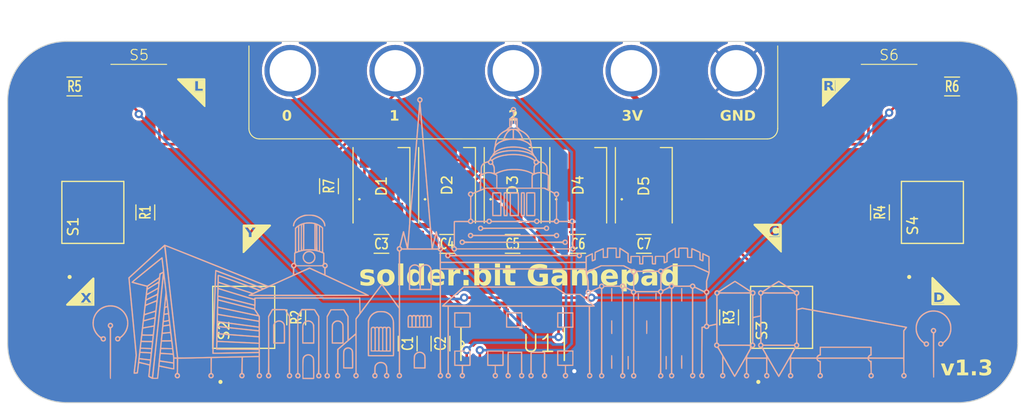
<source format=kicad_pcb>
(kicad_pcb (version 20221018) (generator pcbnew)
  (title_block (title "Micro:bit SMT soldering kit (with bumpers)") (date "2024-05-23") (rev "v1.3") (company "Lancaster University") (comment 1 "Aron Eggens"))
  (layers (0 "F.Cu" signal) (31 "B.Cu" signal) (34 "B.Paste" user) (35 "F.Paste" user) (36 "B.SilkS" user "B.Silkscreen") (37 "F.SilkS" user "F.Silkscreen") (38 "B.Mask" user) (39 "F.Mask" user) (44 "Edge.Cuts" user))
  (net 0 "")
  (net 1 "GND")
  (net 2 "+3V0")
  (net 3 "Net-(D1-DOUT)")
  (net 4 "Net-(D1-DIN)")
  (net 5 "Net-(D2-DOUT)")
  (net 6 "Net-(D3-DOUT)")
  (net 7 "Net-(D4-DOUT)")
  (net 8 "Net-(R1-Pad1)")
  (net 9 "Net-(R2-Pad1)")
  (net 10 "Net-(R3-Pad1)")
  (net 11 "Net-(R4-Pad1)")
  (net 12 "PL{slash}DATA")
  (net 13 "SER")
  (net 14 "CLK")
  (net 15 "BTN1")
  (net 17 "BTN2")
  (net 19 "BTN3")
  (net 21 "BTN4")
  (net 25 "BTN5")
  (net 26 "BTN6")
  (footprint "LED_SMD:LED_WS2812B_PLCC4_5.0x5.0mm_P3.2mm" (layer "F.Cu") (at 90.156 63.2852 90)
    (fp_text reference "D1" (at -0.09 0 90) (layer "F.SilkS"))
    (fp_text value "WS2812B" hide)
    (fp_text user "." (at -1.3578 -2.54 90) (layer "F.SilkS"))
    (pad "1" smd rect (at -2.45 -1.65 90) (size 1.5 0.9) (layers "F.Cu" "F.Paste" "F.Mask") (net 2 "+3V0"))
    (pad "2" smd rect (at -2.45 1.65 90) (size 1.5 0.9) (layers "F.Cu" "F.Paste" "F.Mask") (net 3 "Net-(D1-DOUT)"))
    (pad "3" smd rect (at 2.45 1.65 90) (size 1.5 0.9) (layers "F.Cu" "F.Paste" "F.Mask") (net 1 "GND"))
    (pad "4" smd rect (at 2.45 -1.65 90) (size 1.5 0.9) (layers "F.Cu" "F.Paste" "F.Mask") (net 4 "Net-(D1-DIN)"))
  )
  (footprint "TS-1002S:SW_TS04-66-95-BK-100-SMT" (layer "F.Cu") (at 128.891 76.073 90)
    (fp_text reference "S3" (at -1.27 -1.905 90) (layer "F.SilkS"))
    (fp_text value "TS04-66-95-BK-100-SMT" hide)
    (pad "1" smd rect (at -4.55 -2.25 90) (size 2.1 1.4) (layers "F.Cu" "F.Paste" "F.Mask"))
    (pad "2" smd rect (at -4.55 2.25 90) (size 2.1 1.4) (layers "F.Cu" "F.Paste" "F.Mask") (net 19 "BTN3"))
    (pad "3" smd rect (at 4.55 -2.25 90) (size 2.1 1.4) (layers "F.Cu" "F.Paste" "F.Mask") (net 2 "+3V0"))
    (pad "4" smd rect (at 4.55 2.25 90) (size 2.1 1.4) (layers "F.Cu" "F.Paste" "F.Mask") (net 10 "Net-(R3-Pad1)"))
  )
  (footprint "TS-1037:TS-1037_right_angle" (layer "F.Cu") (at 139.305 52.779)
    (fp_text reference "S6" (at 0 -2.106 unlocked) (layer "F.SilkS") (effects (font (thickness 0.1))))
    (fp_text value "SW_Push" hide)
    (pad "" smd rect (at -4.75 -2 180) (size 3.5 1.6) (layers "F.Cu" "F.Paste" "F.Mask"))
    (pad "" smd rect (at 4.75 -2 180) (size 3.5 1.6) (layers "F.Cu" "F.Paste" "F.Mask"))
    (pad "1" smd rect (at -2 1.45 90) (size 4.5 1.4) (layers "F.Cu" "F.Paste" "F.Mask") (net 2 "+3V0"))
    (pad "2" smd rect (at 2 1.45 90) (size 4.5 1.4) (layers "F.Cu" "F.Paste" "F.Mask") (net 26 "BTN6"))
  )
  (footprint "Resistor_SMD:R_1206_3216Metric_Pad1.30x1.75mm_HandSolder" (layer "F.Cu") (at 60.431 53.721)
    (fp_text reference "R5" (at 0 0) (layer "F.SilkS") (effects (font (size 1 0.7))))
    (fp_text value "100k")
    (pad "1" smd roundrect (at -1.55 0) (size 1.3 1.75) (layers "F.Cu" "F.Paste" "F.Mask") (roundrect_rratio 0.192308) (net 1 "GND"))
    (pad "2" smd roundrect (at 1.55 0) (size 1.3 1.75) (layers "F.Cu" "F.Paste" "F.Mask") (roundrect_rratio 0.192308) (net 25 "BTN5"))
  )
  (footprint "Capacitor_SMD:C_1206_3216Metric_Pad1.33x1.80mm_HandSolder" (layer "F.Cu") (at 109.206 68.961)
    (fp_text reference "C6" (at 0 0) (layer "F.SilkS") (effects (font (size 1 0.7))))
    (fp_text value "0.1uF")
    (pad "1" smd roundrect (at -1.5625 0) (size 1.325 1.8) (layers "F.Cu" "F.Paste" "F.Mask") (roundrect_rratio 0.188679) (net 2 "+3V0"))
    (pad "2" smd roundrect (at 1.5625 0) (size 1.325 1.8) (layers "F.Cu" "F.Paste" "F.Mask") (roundrect_rratio 0.188679) (net 1 "GND"))
  )
  (footprint "Resistor_SMD:R_1206_3216Metric_Pad1.30x1.75mm_HandSolder" (layer "F.Cu") (at 85.076 63.373 -90)
    (fp_text reference "R7" (at 0 0 90) (layer "F.SilkS") (effects (font (size 1 0.7))))
    (fp_text value "300Ω")
    (pad "1" smd roundrect (at -1.55 0 270) (size 1.3 1.75) (layers "F.Cu" "F.Paste" "F.Mask") (roundrect_rratio 0.192308) (net 12 "PL{slash}DATA"))
    (pad "2" smd roundrect (at 1.55 0 270) (size 1.3 1.75) (layers "F.Cu" "F.Paste" "F.Mask") (roundrect_rratio 0.192308) (net 4 "Net-(D1-DIN)"))
  )
  (footprint "TS-1002S:SW_TS04-66-95-BK-100-SMT" (layer "F.Cu") (at 143.496 65.913 90)
    (fp_text reference "S4" (at -1.27 -1.905 90) (layer "F.SilkS"))
    (fp_text value "TS04-66-95-BK-100-SMT" hide)
    (pad "1" smd rect (at -4.55 -2.25 90) (size 2.1 1.4) (layers "F.Cu" "F.Paste" "F.Mask"))
    (pad "2" smd rect (at -4.55 2.25 90) (size 2.1 1.4) (layers "F.Cu" "F.Paste" "F.Mask") (net 21 "BTN4"))
    (pad "3" smd rect (at 4.55 -2.25 90) (size 2.1 1.4) (layers "F.Cu" "F.Paste" "F.Mask") (net 2 "+3V0"))
    (pad "4" smd rect (at 4.55 2.25 90) (size 2.1 1.4) (layers "F.Cu" "F.Paste" "F.Mask") (net 11 "Net-(R4-Pad1)"))
  )
  (footprint "TS-1002S:SW_TS04-66-95-BK-100-SMT" (layer "F.Cu") (at 62.216 65.913 90)
    (fp_text reference "S1" (at -1.375 -1.905 90) (layer "F.SilkS"))
    (fp_text value "TS04-66-95-BK-100-SMT" hide)
    (pad "1" smd rect (at -4.55 -2.25 90) (size 2.1 1.4) (layers "F.Cu" "F.Paste" "F.Mask"))
    (pad "2" smd rect (at -4.55 2.25 90) (size 2.1 1.4) (layers "F.Cu" "F.Paste" "F.Mask") (net 15 "BTN1"))
    (pad "3" smd rect (at 4.55 -2.25 90) (size 2.1 1.4) (layers "F.Cu" "F.Paste" "F.Mask") (net 2 "+3V0"))
    (pad "4" smd rect (at 4.55 2.25 90) (size 2.1 1.4) (layers "F.Cu" "F.Paste" "F.Mask") (net 8 "Net-(R1-Pad1)"))
  )
  (footprint "TS-1037:TS-1037_right_angle" (layer "F.Cu") (at 66.661 52.779)
    (fp_text reference "S5" (at 0.032 -2.106 unlocked) (layer "F.SilkS") (effects (font (thickness 0.1))))
    (fp_text value "SW_Push" hide)
    (pad "" smd rect (at -4.75 -2 180) (size 3.5 1.6) (layers "F.Cu" "F.Paste" "F.Mask"))
    (pad "" smd rect (at 4.75 -2 180) (size 3.5 1.6) (layers "F.Cu" "F.Paste" "F.Mask"))
    (pad "1" smd rect (at 2 1.45 90) (size 4.5 1.4) (layers "F.Cu" "F.Paste" "F.Mask") (net 2 "+3V0"))
    (pad "2" smd rect (at -2 1.45 90) (size 4.5 1.4) (layers "F.Cu" "F.Paste" "F.Mask") (net 25 "BTN5"))
  )
  (footprint "LED_SMD:LED_WS2812B_PLCC4_5.0x5.0mm_P3.2mm" (layer "F.Cu") (at 115.556 63.283 90)
    (fp_text reference "D5" (at -0.09 0 90) (layer "F.SilkS"))
    (fp_text value "WS2812B" hide)
    (fp_text user "." (at -1.36 -2.54 90) (layer "F.SilkS"))
    (pad "1" smd rect (at -2.45 -1.65 90) (size 1.5 0.9) (layers "F.Cu" "F.Paste" "F.Mask") (net 2 "+3V0"))
    (pad "2" smd rect (at -2.45 1.65 90) (size 1.5 0.9) (layers "F.Cu" "F.Paste" "F.Mask"))
    (pad "3" smd rect (at 2.45 1.65 90) (size 1.5 0.9) (layers "F.Cu" "F.Paste" "F.Mask") (net 1 "GND"))
    (pad "4" smd rect (at 2.45 -1.65 90) (size 1.5 0.9) (layers "F.Cu" "F.Paste" "F.Mask") (net 7 "Net-(D4-DOUT)"))
  )
  (footprint "Capacitor_SMD:C_1206_3216Metric_Pad1.33x1.80mm_HandSolder" (layer "F.Cu") (at 102.856 68.961)
    (fp_text reference "C5" (at 0 0) (layer "F.SilkS") (effects (font (size 1 0.7))))
    (fp_text value "0.1uF")
    (pad "1" smd roundrect (at -1.5625 0) (size 1.325 1.8) (layers "F.Cu" "F.Paste" "F.Mask") (roundrect_rratio 0.188679) (net 2 "+3V0"))
    (pad "2" smd roundrect (at 1.5625 0) (size 1.325 1.8) (layers "F.Cu" "F.Paste" "F.Mask") (roundrect_rratio 0.188679) (net 1 "GND"))
  )
  (footprint "Capacitor_SMD:C_1206_3216Metric_Pad1.33x1.80mm_HandSolder" (layer "F.Cu") (at 95.871 78.613 90)
    (fp_text reference "C2" (at 0 0 90) (layer "F.SilkS") (effects (font (size 1 0.7))))
    (fp_text value "1uF")
    (pad "1" smd roundrect (at -1.5625 0 90) (size 1.325 1.8) (layers "F.Cu" "F.Paste" "F.Mask") (roundrect_rratio 0.188679) (net 1 "GND"))
    (pad "2" smd roundrect (at 1.5625 0 90) (size 1.325 1.8) (layers "F.Cu" "F.Paste" "F.Mask") (roundrect_rratio 0.188679) (net 2 "+3V0"))
  )
  (footprint "74HC165:SOIC127P600X175-16N" (layer "F.Cu") (at 102.856 78.6638 90)
    (fp_text reference "U1" (at 0.0508 2.54 180) (layer "F.SilkS") (effects (font (size 1.640386 1.640386))))
    (fp_text value "74HC165D_653" hide)
    (pad "1" smd rect (at -2.5908 -4.445 90) (size 1.7018 0.5334) (layers "F.Cu" "F.Paste" "F.Mask") (net 12 "PL{slash}DATA"))
    (pad "2" smd rect (at -2.5908 -3.175 90) (size 1.7018 0.5334) (layers "F.Cu" "F.Paste" "F.Mask") (net 14 "CLK"))
    (pad "3" smd rect (at -2.5908 -1.905 90) (size 1.7018 0.5334) (layers "F.Cu" "F.Paste" "F.Mask") (net 15 "BTN1"))
    (pad "4" smd rect (at -2.5908 -0.635 90) (size 1.7018 0.5334) (layers "F.Cu" "F.Paste" "F.Mask") (net 17 "BTN2"))
    (pad "5" smd rect (at -2.5908 0.635 90) (size 1.7018 0.5334) (layers "F.Cu" "F.Paste" "F.Mask") (net 19 "BTN3"))
    (pad "6" smd rect (at -2.5908 1.905 90) (size 1.7018 0.5334) (layers "F.Cu" "F.Paste" "F.Mask") (net 21 "BTN4"))
    (pad "7" smd rect (at -2.5908 3.175 90) (size 1.7018 0.5334) (layers "F.Cu" "F.Paste" "F.Mask"))
    (pad "8" smd rect (at -2.5908 4.445 90) (size 1.7018 0.5334) (layers "F.Cu" "F.Paste" "F.Mask") (net 1 "GND"))
    (pad "9" smd rect (at 2.5908 4.445 90) (size 1.7018 0.5334) (layers "F.Cu" "F.Paste" "F.Mask") (net 13 "SER"))
    (pad "10" smd rect (at 2.5908 3.175 90) (size 1.7018 0.5334) (layers "F.Cu" "F.Paste" "F.Mask") (net 1 "GND"))
    (pad "11" smd rect (at 2.5908 1.905 90) (size 1.7018 0.5334) (layers "F.Cu" "F.Paste" "F.Mask") (net 26 "BTN6"))
    (pad "12" smd rect (at 2.5908 0.635 90) (size 1.7018 0.5334) (layers "F.Cu" "F.Paste" "F.Mask") (net 25 "BTN5"))
    (pad "13" smd rect (at 2.5908 -0.635 90) (size 1.7018 0.5334) (layers "F.Cu" "F.Paste" "F.Mask") (net 1 "GND"))
    (pad "14" smd rect (at 2.5908 -1.905 90) (size 1.7018 0.5334) (layers "F.Cu" "F.Paste" "F.Mask") (net 1 "GND"))
    (pad "15" smd rect (at 2.5908 -3.175 90) (size 1.7018 0.5334) (layers "F.Cu" "F.Paste" "F.Mask") (net 1 "GND"))
    (pad "16" smd rect (at 2.5908 -4.445 90) (size 1.7018 0.5334) (layers "F.Cu" "F.Paste" "F.Mask") (net 2 "+3V0"))
  )
  (footprint "Resistor_SMD:R_1206_3216Metric_Pad1.30x1.75mm_HandSolder" (layer "F.Cu") (at 123.811 76.073 90)
    (fp_text reference "R3" (at 0 0 90) (layer "F.SilkS") (effects (font (size 1 0.7))))
    (fp_text value "100k")
    (pad "1" smd roundrect (at -1.55 0 90) (size 1.3 1.75) (layers "F.Cu" "F.Paste" "F.Mask") (roundrect_rratio 0.192308) (net 10 "Net-(R3-Pad1)"))
    (pad "2" smd roundrect (at 1.55 0 90) (size 1.3 1.75) (layers "F.Cu" "F.Paste" "F.Mask") (roundrect_rratio 0.192308) (net 1 "GND"))
  )
  (footprint "LED_SMD:LED_WS2812B_PLCC4_5.0x5.0mm_P3.2mm" (layer "F.Cu") (at 96.506 63.283 90)
    (fp_text reference "D2" (at 0 0 90) (layer "F.SilkS"))
    (fp_text value "WS2812B" hide)
    (fp_text user "." (at -1.36 -2.54 90) (layer "F.SilkS"))
    (pad "1" smd rect (at -2.45 -1.65 90) (size 1.5 0.9) (layers "F.Cu" "F.Paste" "F.Mask") (net 2 "+3V0"))
    (pad "2" smd rect (at -2.45 1.65 90) (size 1.5 0.9) (layers "F.Cu" "F.Paste" "F.Mask") (net 5 "Net-(D2-DOUT)"))
    (pad "3" smd rect (at 2.45 1.65 90) (size 1.5 0.9) (layers "F.Cu" "F.Paste" "F.Mask") (net 1 "GND"))
    (pad "4" smd rect (at 2.45 -1.65 90) (size 1.5 0.9) (layers "F.Cu" "F.Paste" "F.Mask") (net 3 "Net-(D1-DOUT)"))
  )
  (footprint "Resistor_SMD:R_1206_3216Metric_Pad1.30x1.75mm_HandSolder" (layer "F.Cu") (at 138.416 65.913 90)
    (fp_text reference "R4" (at 0 0 90) (layer "F.SilkS") (effects (font (size 1 0.7))))
    (fp_text value "100k")
    (pad "1" smd roundrect (at -1.55 0 90) (size 1.3 1.75) (layers "F.Cu" "F.Paste" "F.Mask") (roundrect_rratio 0.192308) (net 11 "Net-(R4-Pad1)"))
    (pad "2" smd roundrect (at 1.55 0 90) (size 1.3 1.75) (layers "F.Cu" "F.Paste" "F.Mask") (roundrect_rratio 0.192308) (net 1 "GND"))
  )
  (footprint "Capacitor_SMD:C_1206_3216Metric_Pad1.33x1.80mm_HandSolder" (layer "F.Cu") (at 90.156 68.961)
    (fp_text reference "C3" (at 0 0) (layer "F.SilkS") (effects (font (size 1 0.7))))
    (fp_text value "0.1uF")
    (pad "1" smd roundrect (at -1.5625 0) (size 1.325 1.8) (layers "F.Cu" "F.Paste" "F.Mask") (roundrect_rratio 0.188679) (net 2 "+3V0"))
    (pad "2" smd roundrect (at 1.5625 0) (size 1.325 1.8) (layers "F.Cu" "F.Paste" "F.Mask") (roundrect_rratio 0.188679) (net 1 "GND"))
  )
  (footprint "Resistor_SMD:R_1206_3216Metric_Pad1.30x1.75mm_HandSolder" (layer "F.Cu") (at 67.296 65.913 90)
    (fp_text reference "R1" (at 0 0 90) (layer "F.SilkS") (effects (font (size 1 0.7))))
    (fp_text value "100k")
    (pad "1" smd roundrect (at -1.55 0 90) (size 1.3 1.75) (layers "F.Cu" "F.Paste" "F.Mask") (roundrect_rratio 0.192308) (net 8 "Net-(R1-Pad1)"))
    (pad "2" smd roundrect (at 1.55 0 90) (size 1.3 1.75) (layers "F.Cu" "F.Paste" "F.Mask") (roundrect_rratio 0.192308) (net 1 "GND"))
  )
  (footprint "Capacitor_SMD:C_1206_3216Metric_Pad1.33x1.80mm_HandSolder" (layer "F.Cu") (at 115.556 68.961)
    (fp_text reference "C7" (at 0 0) (layer "F.SilkS") (effects (font (size 1 0.7))))
    (fp_text value "0.1uF")
    (pad "1" smd roundrect (at -1.5625 0) (size 1.325 1.8) (layers "F.Cu" "F.Paste" "F.Mask") (roundrect_rratio 0.188679) (net 2 "+3V0"))
    (pad "2" smd roundrect (at 1.5625 0) (size 1.325 1.8) (layers "F.Cu" "F.Paste" "F.Mask") (roundrect_rratio 0.188679) (net 1 "GND"))
  )
  (footprint "LED_SMD:LED_WS2812B_PLCC4_5.0x5.0mm_P3.2mm" (layer "F.Cu") (at 102.856 63.283 90)
    (fp_text reference "D3" (at 0 0 90) (layer "F.SilkS"))
    (fp_text value "WS2812B" hide)
    (fp_text user "." (at -1.36 -2.54 90) (layer "F.SilkS"))
    (pad "1" smd rect (at -2.45 -1.65 90) (size 1.5 0.9) (layers "F.Cu" "F.Paste" "F.Mask") (net 2 "+3V0"))
    (pad "2" smd rect (at -2.45 1.65 90) (size 1.5 0.9) (layers "F.Cu" "F.Paste" "F.Mask") (net 6 "Net-(D3-DOUT)"))
    (pad "3" smd rect (at 2.45 1.65 90) (size 1.5 0.9) (layers "F.Cu" "F.Paste" "F.Mask") (net 1 "GND"))
    (pad "4" smd rect (at 2.45 -1.65 90) (size 1.5 0.9) (layers "F.Cu" "F.Paste" "F.Mask") (net 5 "Net-(D2-DOUT)"))
  )
  (footprint "LED_SMD:LED_WS2812B_PLCC4_5.0x5.0mm_P3.2mm" (layer "F.Cu") (at 109.206 63.283 90)
    (fp_text reference "D4" (at 0 0 90) (layer "F.SilkS"))
    (fp_text value "WS2812B" hide)
    (fp_text user "." (at -1.36 -2.54 90) (layer "F.SilkS"))
    (pad "1" smd rect (at -2.45 -1.65 90) (size 1.5 0.9) (layers "F.Cu" "F.Paste" "F.Mask") (net 2 "+3V0"))
    (pad "2" smd rect (at -2.45 1.65 90) (size 1.5 0.9) (layers "F.Cu" "F.Paste" "F.Mask") (net 7 "Net-(D4-DOUT)"))
    (pad "3" smd rect (at 2.45 1.65 90) (size 1.5 0.9) (layers "F.Cu" "F.Paste" "F.Mask") (net 1 "GND"))
    (pad "4" smd rect (at 2.45 -1.65 90) (size 1.5 0.9) (layers "F.Cu" "F.Paste" "F.Mask") (net 6 "Net-(D3-DOUT)"))
  )
  (footprint "Capacitor_SMD:C_1206_3216Metric_Pad1.33x1.80mm_HandSolder" (layer "F.Cu") (at 96.506 68.961)
    (fp_text reference "C4" (at 0 0) (layer "F.SilkS") (effects (font (size 1 0.7))))
    (fp_text value "0.1uF")
    (pad "1" smd roundrect (at -1.5625 0) (size 1.325 1.8) (layers "F.Cu" "F.Paste" "F.Mask") (roundrect_rratio 0.188679) (net 2 "+3V0"))
    (pad "2" smd roundrect (at 1.5625 0) (size 1.325 1.8) (layers "F.Cu" "F.Paste" "F.Mask") (roundrect_rratio 0.188679) (net 1 "GND"))
  )
  (footprint "Connector_Microbit_Edge:Edge_Connector_Rings" (layer "F.Cu") (at 102.9185 52.197)
    (fp_text reference "REF1" hide)
    (fp_text value "~" hide)
    (fp_text user "0" (at -22.4 5 unlocked) (layer "F.SilkS") (effects (font (thickness 0.1)) (justify left bottom)))
    (fp_text user "3V" (at 10.5 5 unlocked) (layer "F.SilkS") (effects (font (thickness 0.1)) (justify left bottom)))
    (fp_text user "2" (at -0.5 5 unlocked) (layer "F.SilkS") (effects (font (thickness 0.1)) (justify left bottom)))
    (fp_text user "1" (at -12 5 unlocked) (layer "F.SilkS") (effects (font (thickness 0.1)) (justify left bottom)))
    (fp_text user "GND" (at 20 5 unlocked) (layer "F.SilkS") (effects (font (thickness 0.1)) (justify left bottom)))
    (pad "1" thru_hole circle (at -21.59 0) (size 5 5) (drill 4) (layers "*.Cu" "*.Mask") (net 13 "SER"))
    (pad "2" thru_hole circle (at -11.43 0) (size 5 5) (drill 4) (layers "*.Cu" "*.Mask") (net 12 "PL{slash}DATA"))
    (pad "3" thru_hole circle (at 0 0) (size 5 5) (drill 4) (layers "*.Cu" "*.Mask") (net 14 "CLK"))
    (pad "4" thru_hole circle (at 11.43 0) (size 5 5) (drill 4) (layers "*.Cu" "*.Mask") (net 2 "+3V0"))
    (pad "5" thru_hole circle (at 21.59 0) (size 5 5) (drill 4) (layers "*.Cu" "*.Mask") (net 1 "GND"))
  )
  (footprint "Capacitor_SMD:C_1206_3216Metric_Pad1.33x1.80mm_HandSolder" (layer "F.Cu") (at 92.696 78.613 90)
    (fp_text reference "C1" (at 0 0 90) (layer "F.SilkS") (effects (font (size 1 0.7))))
    (fp_text value "0.1uF")
    (pad "1" smd roundrect (at -1.5625 0 90) (size 1.325 1.8) (layers "F.Cu" "F.Paste" "F.Mask") (roundrect_rratio 0.188679) (net 1 "GND"))
    (pad "2" smd roundrect (at 1.5625 0 90) (size 1.325 1.8) (layers "F.Cu" "F.Paste" "F.Mask") (roundrect_rratio 0.188679) (net 2 "+3V0"))
  )
  (footprint "Resistor_SMD:R_1206_3216Metric_Pad1.30x1.75mm_HandSolder" (layer "F.Cu") (at 81.901 76.073 90)
    (fp_text reference "R2" (at 0 0 90) (layer "F.SilkS") (effects (font (size 1 0.7))))
    (fp_text value "100k")
    (pad "1" smd roundrect (at -1.55 0 90) (size 1.3 1.75) (layers "F.Cu" "F.Paste" "F.Mask") (roundrect_rratio 0.192308) (net 9 "Net-(R2-Pad1)"))
    (pad "2" smd roundrect (at 1.55 0 90) (size 1.3 1.75) (layers "F.Cu" "F.Paste" "F.Mask") (roundrect_rratio 0.192308) (net 1 "GND"))
  )
  (footprint "TS-1002S:SW_TS04-66-95-BK-100-SMT" (layer "F.Cu") (at 76.821 76.073 90)
    (fp_text reference "S2" (at -1.27 -1.905 90) (layer "F.SilkS"))
    (fp_text value "TS04-66-95-BK-100-SMT" hide)
    (pad "1" smd rect (at -4.55 -2.25 90) (size 2.1 1.4) (layers "F.Cu" "F.Paste" "F.Mask"))
    (pad "2" smd rect (at -4.55 2.25 90) (size 2.1 1.4) (layers "F.Cu" "F.Paste" "F.Mask") (net 17 "BTN2"))
    (pad "3" smd rect (at 4.55 -2.25 90) (size 2.1 1.4) (layers "F.Cu" "F.Paste" "F.Mask") (net 2 "+3V0"))
    (pad "4" smd rect (at 4.55 2.25 90) (size 2.1 1.4) (layers "F.Cu" "F.Paste" "F.Mask") (net 9 "Net-(R2-Pad1)"))
  )
  (footprint "Resistor_SMD:R_1206_3216Metric_Pad1.30x1.75mm_HandSolder" (layer "F.Cu") (at 145.401 53.721 180)
    (fp_text reference "R6" (at 0 0) (layer "F.SilkS") (effects (font (size 1 0.7))))
    (fp_text value "100k")
    (pad "1" smd roundrect (at -1.55 0 180) (size 1.3 1.75) (layers "F.Cu" "F.Paste" "F.Mask") (roundrect_rratio 0.192308) (net 1 "GND"))
    (pad "2" smd roundrect (at 1.55 0 180) (size 1.3 1.75) (layers "F.Cu" "F.Paste" "F.Mask") (roundrect_rratio 0.192308) (net 26 "BTN6"))
  )
  (footprint "Lancaster_Cityscape:Lancaster_Cityscape" (layer "B.Cu") (at 103.77 68.4 180)
    (fp_text reference "Ref**" hide)
    (fp_text value "Val**" hide)
  )
  (gr_poly (pts (xy 71.978 53.0194) (xy 71.96 54.49) (xy 70.471 53.0248)) (stroke (width 0.15)) (fill solid) (layer "F.SilkS"))
  (gr_poly (pts (xy 79.361 67.183) (xy 76.821 67.183) (xy 76.821 69.723)) (stroke (width 0.2)) (fill none) (layer "F.SilkS"))
  (gr_poly (pts (xy 144.721 74.753) (xy 144.72 73.64) (xy 145.891 74.743)) (stroke (width 0.15)) (fill solid) (layer "F.SilkS"))
  (gr_poly (pts (xy 62.24 73.56) (xy 61.11 73.56) (xy 62.2656 72.310607)) (stroke (width 0.15)) (fill solid) (layer "F.SilkS"))
  (gr_poly (pts (xy 132.921 54.271) (xy 134.101 54.261) (xy 132.90175 55.550318)) (stroke (width 0.15)) (fill solid) (layer "F.SilkS"))
  (gr_poly (pts (xy 59.7256 74.850607) (xy 62.2656 74.850607) (xy 62.2656 72.310607)) (stroke (width 0.2)) (fill none) (layer "F.SilkS"))
  (gr_poly (pts (xy 79.361 67.183) (xy 78.13 67.19) (xy 78.1272 68.3568)) (stroke (width 0.15)) (fill solid) (layer "F.SilkS"))
  (gr_poly (pts (xy 76.831 68.463) (xy 78.011 68.453) (xy 76.821 69.723)) (stroke (width 0.15)) (fill solid) (layer "F.SilkS"))
  (gr_poly (pts (xy 135.44175 53.010318) (xy 134.15795 53.010318) (xy 134.17 54.2)) (stroke (width 0.15)) (fill solid) (layer "F.SilkS"))
  (gr_poly (pts (xy 59.7256 74.850607) (xy 60.9194 74.850607) (xy 60.9194 73.656807)) (stroke (width 0.15)) (fill solid) (layer "F.SilkS"))
  (gr_poly (pts (xy 143.496 72.262996) (xy 143.536 73.536796) (xy 144.7298 73.536796)) (stroke (width 0.15)) (fill solid) (layer "F.SilkS"))
  (gr_poly (pts (xy 73.011 55.5648) (xy 73.011 53.0248) (xy 70.471 53.0248)) (stroke (width 0.2)) (fill none) (layer "F.SilkS"))
  (gr_poly (pts (xy 128.8148 69.6468) (xy 128.7848 68.363) (xy 127.591 68.363)) (stroke (width 0.15)) (fill solid) (layer "F.SilkS"))
  (gr_poly (pts (xy 127.641 67.103) (xy 127.6318 68.4438) (xy 126.2748 67.1068)) (stroke (width 0.15)) (fill solid) (layer "F.SilkS"))
  (gr_poly (pts (xy 143.496 72.262996) (xy 143.496 74.802996) (xy 146.036 74.802996)) (stroke (width 0.2)) (fill none) (layer "F.SilkS"))
  (gr_poly (pts (xy 128.8148 69.6468) (xy 128.8148 67.1068) (xy 126.2748 67.1068)) (stroke (width 0.2)) (fill none) (layer "F.SilkS"))
  (gr_poly (pts (xy 135.44175 53.010318) (xy 132.90175 53.010318) (xy 132.90175 55.550318)) (stroke (width 0.2)) (fill none) (layer "F.SilkS"))
  (gr_poly (pts (xy 73.011 55.5648) (xy 73.009393 54.301) (xy 71.851 54.301)) (stroke (width 0.15)) (fill solid) (layer "F.SilkS"))
  (gr_arc (start 146.036 49.357) (mid 150.077115 51.030885) (end 151.751 55.072) (stroke (width 0.1)) (layer "Edge.Cuts"))
  (gr_arc (start 53.961 55.072) (mid 55.634885 51.030885) (end 59.676 49.357) (stroke (width 0.1)) (layer "Edge.Cuts"))
  (gr_line (start 146.036 84.328) (end 59.676 84.328) (stroke (width 0.1)) (layer "Edge.Cuts"))
  (gr_arc (start 59.676 84.328) (mid 55.634885 82.654115) (end 53.961 78.613) (stroke (width 0.1)) (layer "Edge.Cuts"))
  (gr_line (start 151.751 78.613) (end 151.751 55.072) (stroke (width 0.1)) (layer "Edge.Cuts"))
  (gr_arc (start 151.751 78.613) (mid 150.077115 82.654115) (end 146.036 84.328) (stroke (width 0.1)) (layer "Edge.Cuts"))
  (gr_line (start 59.676 49.357) (end 146.036 49.357) (stroke (width 0.1)) (layer "Edge.Cuts"))
  (gr_line (start 53.961 55.072) (end 53.961 78.613) (stroke (width 0.1)) (layer "Edge.Cuts"))
  (gr_text "solder:bit Gamepad" (at 87.96 73.32) (layer "F.SilkS") (effects (font (size 2 2) (thickness 0.3) bold) (justify left bottom)))
  (gr_text "D" (at 143.55 74.74) (layer "F.SilkS" knockout) (effects (font (size 0.9 1)) (justify left bottom)))
  (gr_text "v1.3" (at 144.28 81.94) (layer "F.SilkS") (effects (font (size 1.5 1.5) (thickness 0.3) bold) (justify left bottom)))
  (gr_text "R" (at 132.911 54.26) (layer "F.SilkS" knockout) (effects (font (size 0.9 1)) (justify left bottom)))
  (gr_text "X" (at 61.02 74.79) (layer "F.SilkS" knockout) (effects (font (size 0.9 1)) (justify left bottom)))
  (gr_text "L" (at 72 54.28) (layer "F.SilkS" knockout) (effects (font (size 0.9 1)) (justify left bottom)))
  (gr_text "C" (at 127.67 68.29) (layer "F.SilkS" knockout) (effects (font (size 0.9 1)) (justify left bottom)))
  (gr_text "Y" (at 76.94 68.45) (layer "F.SilkS" knockout) (effects (font (size 0.9 1)) (justify left bottom)))
  (segment (start 95.871 80.1755) (end 95.9678 80.0787) (width 0.25) (layer "F.Cu") (net 1))
  (via (at 102.983 57.531) (size 0.8) (drill 0.4) (layers "F.Cu" "B.Cu") (net 1))
  (via (at 108.825 81.28) (size 0.8) (drill 0.4) (layers "F.Cu" "B.Cu") (net 1))
  (segment (start 93.331 70.358) (end 98.411 75.438) (width 0.25) (layer "F.Cu") (net 2))
  (segment (start 118.731 67.183) (end 119.366 66.548) (width 0.5) (layer "F.Cu") (net 2))
  (segment (start 93.331 67.183) (end 93.331 70.358) (width 0.25) (layer "F.Cu") (net 2))
  (segment (start 68.661 59.214) (end 68.566 59.309) (width 0.25) (layer "F.Cu") (net 2))
  (segment (start 137.341 59.309) (end 139.192 59.309) (width 0.25) (layer "F.Cu") (net 2))
  (segment (start 107.6435 68.961) (end 107.6435 67.183) (width 0.25) (layer "F.Cu") (net 2))
  (segment (start 113.9935 67.183) (end 113.9935 65.8205) (width 0.25) (layer "F.Cu") (net 2))
  (segment (start 97.4335 77.0505) (end 98.411 76.073) (width 0.25) (layer "F.Cu") (net 2))
  (segment (start 101.2935 67.183) (end 107.6435 67.183) (width 0.5) (layer "F.Cu") (net 2))
  (segment (start 68.661 56.261) (end 68.661 59.214) (width 0.25) (layer "F.Cu") (net 2))
  (segment (start 64.756 59.309) (end 62.02 59.309) (width 0.25) (layer "F.Cu") (net 2))
  (segment (start 137.305 59.273) (end 137.341 59.309) (width 0.25) (layer "F.Cu") (net 2))
  (segment (start 101.2935 68.961) (end 101.2935 67.183) (width 0.25) (layer "F.Cu") (net 2))
  (segment (start 101.2935 65.8205) (end 101.206 65.733) (width 0.25) (layer "F.Cu") (net 2))
  (segment (start 137.305 56.261) (end 137.305 59.273) (width 0.25) (layer "F.Cu") (net 2))
  (segment (start 107.6435 67.183) (end 113.9935 67.183) (width 0.5) (layer "F.Cu") (net 2))
  (segment (start 107.6435 65.8205) (end 107.556 65.733) (width 0.25) (layer "F.Cu") (net 2))
  (segment (start 78.911 67.183) (end 71.037 59.309) (width 0.25) (layer "F.Cu") (net 2))
  (segment (start 78.911 67.183) (end 74.571 71.523) (width 0.25) (layer "F.Cu") (net 2))
  (segment (start 122.301 67.183) (end 120.001 67.183) (width 0.25) (layer "F.Cu") (net 2))
  (segment (start 88.5935 67.183) (end 93.331 67.183) (width 0.5) (layer "F.Cu") (net 2))
  (segment (start 94.9435 65.8205) (end 94.856 65.733) (width 0.25) (layer "F.Cu") (net 2))
  (segment (start 98.411 75.438) (end 98.411 76.073) (width 0.25) (layer "F.Cu") (net 2))
  (segment (start 139.192 59.309) (end 141.246 61.363) (width 0.25) (layer "F.Cu") (net 2))
  (segment (start 88.5935 67.183) (end 88.5935 65.8227) (width 0.25) (layer "F.Cu") (net 2))
  (segment (start 94.9435 68.961) (end 94.9435 67.183) (width 0.25) (layer "F.Cu") (net 2))
  (segment (start 92.696 77.0505) (end 97.4335 77.0505) (width 0.25) (layer "F.Cu") (net 2))
  (segment (start 130.175 59.309) (end 137.341 59.309) (width 0.25) (layer "F.Cu") (net 2))
  (segment (start 99.681 67.183) (end 101.2935 67.183) (width 0.5) (layer "F.Cu") (net 2))
  (segment (start 88.5935 68.961) (end 88.5935 67.183) (width 0.25) (layer "F.Cu") (net 2))
  (segment (start 62.02 59.309) (end 59.966 61.363) (width 0.25) (layer "F.Cu") (net 2))
  (segment (start 119.366 66.548) (end 119.366 59.4555) (width 0.5) (layer "F.Cu") (net 2))
  (segment (start 94.9435 67.183) (end 99.681 67.183) (width 0.5) (layer "F.Cu") (net 2))
  (segment (start 94.9435 67.183) (end 94.9435 65.8205) (width 0.25) (layer "F.Cu") (net 2))
  (segment (start 68.566 59.309) (end 64.756 59.309) (width 0.25) (layer "F.Cu") (net 2))
  (segment (start 88.5935 65.8227) (end 88.506 65.7352) (width 0.25) (layer "F.Cu") (net 2))
  (segment (start 107.6435 67.183) (end 107.6435 65.8205) (width 0.25) (layer "F.Cu") (net 2))
  (segment (start 101.2935 67.183) (end 101.2935 65.8205) (width 0.25) (layer "F.Cu") (net 2))
  (segment (start 93.331 67.183) (end 94.9435 67.183) (width 0.5) (layer "F.Cu") (net 2))
  (segment (start 119.366 59.4555) (end 114.3485 54.438) (width 0.5) (layer "F.Cu") (net 2))
  (segment (start 120.001 67.183) (end 119.366 66.548) (width 0.25) (layer "F.Cu") (net 2))
  (segment (start 71.037 59.309) (end 68.566 59.309) (width 0.25) (layer "F.Cu") (net 2))
  (segment (start 113.9935 68.961) (end 113.9935 67.183) (width 0.25) (layer "F.Cu") (net 2))
  (segment (start 95.871 77.0505) (end 97.4335 77.0505) (width 0.25) (layer "F.Cu") (net 2))
  (segment (start 88.5935 67.183) (end 78.911 67.183) (width 0.25) (layer "F.Cu") (net 2))
  (segment (start 113.9935 65.8205) (end 113.906 65.733) (width 0.25) (layer "F.Cu") (net 2))
  (segment (start 122.301 67.183) (end 126.641 71.523) (width 0.25) (layer "F.Cu") (net 2))
  (segment (start 113.9935 67.183) (end 118.731 67.183) (width 0.5) (layer "F.Cu") (net 2))
  (segment (start 122.301 67.183) (end 130.175 59.309) (width 0.25) (layer "F.Cu") (net 2))
  (segment (start 91.806 65.7352) (end 91.806 63.883) (width 0.25) (layer "F.Cu") (net 3))
  (segment (start 91.806 63.883) (end 94.856 60.833) (width 0.25) (layer "F.Cu") (net 3))
  (segment (start 88.506 63.118) (end 88.506 60.8352) (width 0.25) (layer "F.Cu") (net 4))
  (segment (start 85.076 64.923) (end 86.701 64.923) (width 0.25) (layer "F.Cu") (net 4))
  (segment (start 85.076 64.923) (end 85.431 64.923) (width 0.25) (layer "F.Cu") (net 4))
  (segment (start 86.701 64.923) (end 88.506 63.118) (width 0.25) (layer "F.Cu") (net 4))
  (segment (start 98.156 65.733) (end 98.156 63.883) (width 0.25) (layer "F.Cu") (net 5))
  (segment (start 98.156 63.883) (end 101.206 60.833) (width 0.25) (layer "F.Cu") (net 5))
  (segment (start 104.506 65.733) (end 104.506 63.883) (width 0.25) (layer "F.Cu") (net 6))
  (segment (start 104.506 63.883) (end 107.556 60.833) (width 0.25) (layer "F.Cu") (net 6))
  (segment (start 110.856 63.883) (end 113.906 60.833) (width 0.25) (layer "F.Cu") (net 7))
  (segment (start 110.856 65.733) (end 110.856 63.883) (width 0.25) (layer "F.Cu") (net 7))
  (segment (start 67.296 67.463) (end 64.466 64.633) (width 0.25) (layer "F.Cu") (net 8))
  (segment (start 64.466 64.633) (end 64.466 61.363) (width 0.25) (layer "F.Cu") (net 8))
  (segment (start 81.901 77.623) (end 79.071 74.793) (width 0.25) (layer "F.Cu") (net 9))
  (segment (start 79.071 74.793) (end 79.071 71.523) (width 0.25) (layer "F.Cu") (net 9))
  (segment (start 125.041 77.623) (end 131.141 71.523) (width 0.25) (layer "F.Cu") (net 10))
  (segment (start 123.811 77.623) (end 125.041 77.623) (width 0.25) (layer "F.Cu") (net 10))
  (segment (start 139.646 67.463) (end 145.746 61.363) (width 0.25) (layer "F.Cu") (net 11))
  (segment (start 138.416 67.463) (end 139.646 67.463) (width 0.25) (layer "F.Cu") (net 11))
  (segment (start 91.4885 54.438) (end 85.076 60.8505) (width 0.25) (layer "F.Cu") (net 12))
  (segment (start 85.076 60.8505) (end 85.076 61.823) (width 0.25) (layer "F.Cu") (net 12))
  (segment (start 98.411 81.2546) (end 98.411 79.248) (width 0.25) (layer "F.Cu") (net 12))
  (via (at 98.411 79.248) (size 0.8) (drill 0.4) (layers "F.Cu" "B.Cu") (net 12))
  (segment (start 99.136 78.523) (end 106.576 78.523) (width 0.25) (layer "B.Cu") (net 12))
  (segment (start 106.576 78.523) (end 106.756 78.703) (width 0.25) (layer "B.Cu") (net 12))
  (segment (start 108.026 70.9755) (end 91.4885 54.438) (width 0.25) (layer "B.Cu") (net 12))
  (segment (start 108.026 78.523) (end 108.026 70.9755) (width 0.25) (layer "B.Cu") (net 12))
  (segment (start 107.846 78.703) (end 108.026 78.523) (width 0.25) (layer "B.Cu") (net 12))
  (segment (start 98.411 79.248) (end 99.136 78.523) (width 0.25) (layer "B.Cu") (net 12))
  (segment (start 106.756 78.703) (end 107.846 78.703) (width 0.25) (layer "B.Cu") (net 12))
  (segment (start 81.311 54.438) (end 81.266 54.483) (width 0.25) (layer "F.Cu") (net 13))
  (segment (start 107.301 76.073) (end 107.301 77.978) (width 0.25) (layer "F.Cu") (net 13))
  (segment (start 81.3285 54.438) (end 81.311 54.438) (width 0.25) (layer "F.Cu") (net 13))
  (segment (start 107.301 75.5754) (end 107.301 76.073) (width 0.25) (layer "F.Cu") (net 13))
  (via (at 107.301 77.978) (size 0.8) (drill 0.4) (layers "F.Cu" "B.Cu") (net 13))
  (segment (start 104.8685 77.978) (end 81.3285 54.438) (width 0.25) (layer "B.Cu") (net 13))
  (segment (start 107.301 77.978) (end 104.8685 77.978) (width 0.25) (layer "B.Cu") (net 13))
  (segment (start 99.681 79.248) (end 99.681 81.2546) (width 0.25) (layer "F.Cu") (net 14))
  (via (at 99.681 79.248) (size 0.8) (drill 0.4) (layers "F.Cu" "B.Cu") (net 14))
  (segment (start 108.571 78.614396) (end 108.571 60.0905) (width 0.25) (layer "B.Cu") (net 14))
  (segment (start 107.937396 79.248) (end 108.571 78.614396) (width 0.25) (layer "B.Cu") (net 14))
  (segment (start 108.571 60.0905) (end 102.9185 54.438) (width 0.25) (layer "B.Cu") (net 14))
  (segment (start 99.681 79.248) (end 107.937396 79.248) (width 0.25) (layer "B.Cu") (net 14))
  (segment (start 100.951 81.7522) (end 100.951 81.2546) (width 0.25) (layer "F.Cu") (net 15))
  (segment (start 79.461 78.613) (end 83.271 82.423) (width 0.25) (layer "F.Cu") (net 15))
  (segment (start 64.466 70.703) (end 72.376 78.613) (width 0.25) (layer "F.Cu") (net 15))
  (segment (start 83.806 82.423) (end 83.8135 82.4305) (width 0.25) (layer "F.Cu") (net 15))
  (segment (start 83.8135 82.4305) (end 100.2727 82.4305) (width 0.25) (layer "F.Cu") (net 15))
  (segment (start 100.2727 82.4305) (end 100.951 81.7522) (width 0.25) (layer "F.Cu") (net 15))
  (segment (start 64.466 70.463) (end 64.466 70.703) (width 0.25) (layer "F.Cu") (net 15))
  (segment (start 83.271 82.423) (end 83.806 82.423) (width 0.25) (layer "F.Cu") (net 15))
  (segment (start 72.376 78.613) (end 79.461 78.613) (width 0.25) (layer "F.Cu") (net 15))
  (segment (start 79.071 80.623) (end 82.141 83.693) (width 0.25) (layer "F.Cu") (net 17))
  (segment (start 100.3668 83.693) (end 102.221 81.8388) (width 0.25) (layer "F.Cu") (net 17))
  (segment (start 102.221 81.8388) (end 102.221 81.2546) (width 0.25) (layer "F.Cu") (net 17))
  (segment (start 82.141 83.693) (end 100.3668 83.693) (width 0.25) (layer "F.Cu") (net 17))
  (segment (start 105.396 83.693) (end 103.491 81.788) (width 0.25) (layer "F.Cu") (net 19))
  (segment (start 103.491 81.788) (end 103.491 81.2546) (width 0.25) (layer "F.Cu") (net 19))
  (segment (start 128.071 83.693) (end 105.396 83.693) (width 0.25) (layer "F.Cu") (net 19))
  (segment (start 131.141 80.623) (end 128.071 83.693) (width 0.25) (layer "F.Cu") (net 19))
  (segment (start 126.351 78.613) (end 122.5335 82.4305) (width 0.25) (layer "F.Cu") (net 21))
  (segment (start 145.746 70.648) (end 137.781 78.613) (width 0.25) (layer "F.Cu") (net 21))
  (segment (start 104.761 81.8388) (end 104.761 81.2546) (width 0.25) (layer "F.Cu") (net 21))
  (segment (start 105.3527 82.4305) (end 104.761 81.8388) (width 0.25) (layer "F.Cu") (net 21))
  (segment (start 137.781 78.613) (end 126.351 78.613) (width 0.25) (layer "F.Cu") (net 21))
  (segment (start 145.746 70.463) (end 145.746 70.648) (width 0.25) (layer "F.Cu") (net 21))
  (segment (start 122.5335 82.4305) (end 105.3527 82.4305) (width 0.25) (layer "F.Cu") (net 21))
  (segment (start 61.981 53.721) (end 62.035 53.775) (width 0.25) (layer "F.Cu") (net 25))
  (segment (start 98.161299 74.163701) (end 98.165598 74.168) (width 0.25) (layer "F.Cu") (net 25))
  (segment (start 61.981 53.721) (end 64.153 53.721) (width 0.25) (layer "F.Cu") (net 25))
  (segment (start 64.153 53.721) (end 64.661 54.229) (width 0.25) (layer "F.Cu") (net 25))
  (segment (start 98.165598 74.168) (end 103.11 74.168) (width 0.25) (layer "F.Cu") (net 25))
  (segment (start 103.491 74.549) (end 103.491 76.073) (width 0.25) (layer "F.Cu") (net 25))
  (segment (start 62.489 54.229) (end 61.981 53.721) (width 0.25) (layer "F.Cu") (net 25))
  (segment (start 64.788 56.388) (end 64.661 56.261) (width 0.25) (layer "F.Cu") (net 25))
  (segment (start 64.153 55.753) (end 64.661 56.261) (width 0.25) (layer "F.Cu") (net 25))
  (segment (start 103.11 74.168) (end 103.491 74.549) (width 0.25) (layer "F.Cu") (net 25))
  (segment (start 66.661 56.229) (end 64.661 54.229) (width 0.25) (layer "F.Cu") (net 25))
  (segment (start 66.661 56.388) (end 66.661 56.229) (width 0.25) (layer "F.Cu") (net 25))
  (via (at 66.661 56.388) (size 0.8) (drill 0.4) (layers "F.Cu" "B.Cu") (net 25))
  (via (at 98.161299 74.163701) (size 0.8) (drill 0.4) (layers "F.Cu" "B.Cu") (net 25))
  (segment (start 98.03 74.295) (end 84.568 74.295) (width 0.25) (layer "B.Cu") (net 25))
  (segment (start 98.161299 74.163701) (end 98.03 74.295) (width 0.25) (layer "B.Cu") (net 25))
  (segment (start 84.568 74.295) (end 66.661 56.388) (width 0.25) (layer "B.Cu") (net 25))
  (segment (start 139.305 56.229) (end 141.305 54.229) (width 0.25) (layer "F.Cu") (net 26))
  (segment (start 139.305 56.261) (end 139.305 56.229) (width 0.25) (layer "F.Cu") (net 26))
  (segment (start 143.851 53.721) (end 141.813 53.721) (width 0.25) (layer "F.Cu") (net 26))
  (segment (start 105.142 74.168) (end 104.761 74.549) (width 0.25) (layer "F.Cu") (net 26))
  (segment (start 110.476 74.168) (end 105.142 74.168) (width 0.25) (layer "F.Cu") (net 26))
  (segment (start 104.761 74.549) (end 104.761 76.073) (width 0.25) (layer "F.Cu") (net 26))
  (segment (start 141.813 53.721) (end 141.305 54.229) (width 0.25) (layer "F.Cu") (net 26))
  (via (at 139.305 56.261) (size 0.8) (drill 0.4) (layers "F.Cu" "B.Cu") (net 26))
  (via (at 110.476 74.168) (size 0.8) (drill 0.4) (layers "F.Cu" "B.Cu") (net 26))
  (segment (start 110.476 74.168) (end 121.398 74.168) (width 0.25) (layer "B.Cu") (net 26))
  (segment (start 121.398 74.168) (end 139.305 56.261) (width 0.25) (layer "B.Cu") (net 26))
  (zone (net 1) (net_name "GND") (layers "F&B.Cu") (connect_pads (clearance 0.25)) (min_thickness 0.25) (fill yes (thermal_gap 0.25) (thermal_bridge_width 0.25) (island_removal_mode 1) (island_area_min 10))
    (polygon (pts (xy 152.386 84.963) (xy 53.326 84.963) (xy 53.226 48.538) (xy 152.286 48.538)))
  )
)
</source>
